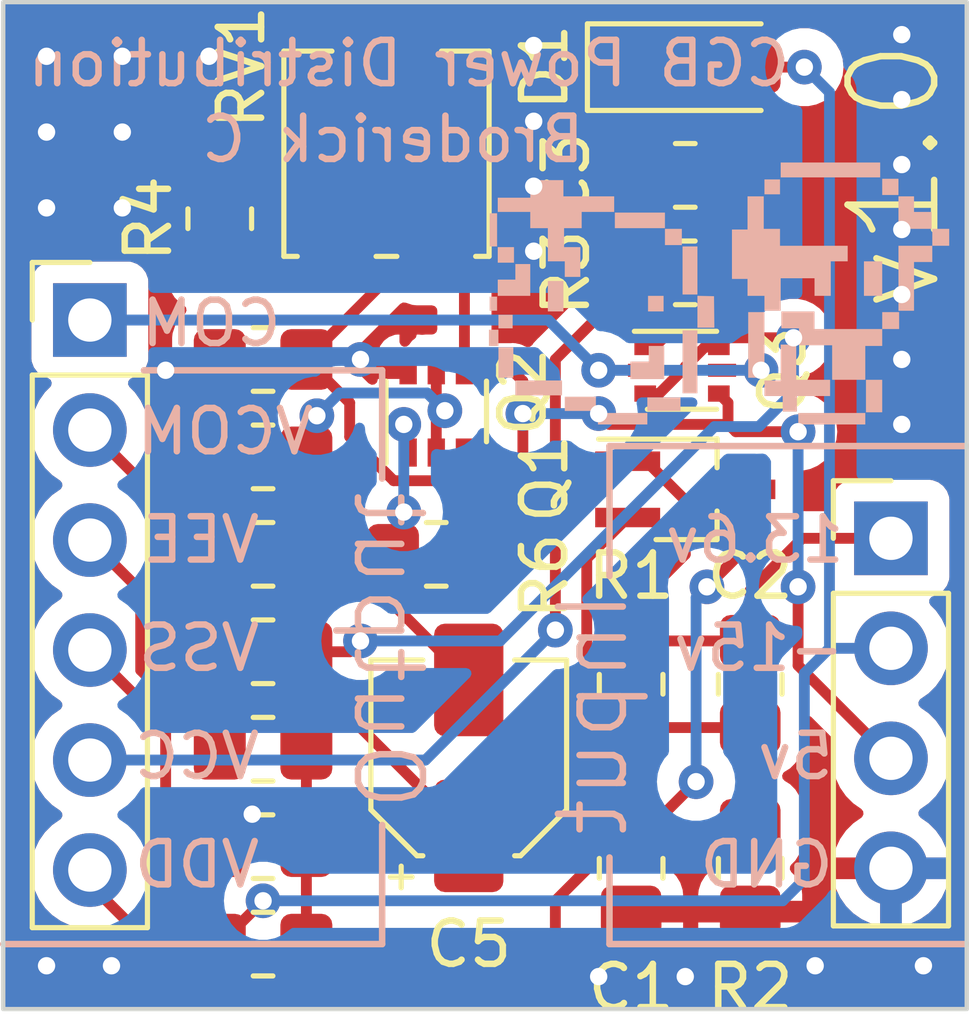
<source format=kicad_pcb>
(kicad_pcb (version 20221018) (generator pcbnew)
  (layers (0 "F.Cu" signal) (31 "B.Cu" signal) (34 "B.Paste" user) (35 "F.Paste" user) (36 "B.SilkS" user "B.Silkscreen") (37 "F.SilkS" user "F.Silkscreen") (38 "B.Mask" user) (39 "F.Mask" user) (44 "Edge.Cuts" user))
  (net 0 "")
  (net 1 "LCD_VDD")
  (net 2 "GND")
  (net 3 "VDD")
  (net 4 "Net-(Q1-B)")
  (net 5 "LCD_VCC")
  (net 6 "Net-(Q2A-B1)")
  (net 7 "Net-(Q3A-DN)")
  (net 8 "Net-(Q2B-E2)")
  (net 9 "Net-(C6-Pad2)")
  (net 10 "-15V")
  (net 11 "+5V")
  (net 12 "COM")
  (net 13 "LCD_VCOM")
  (net 14 "LCD_VEE")
  (net 15 "Net-(Q2A-E1)")
  (net 16 "Net-(R4-Pad1)")
  (footprint "Package_TO_SOT_SMD:SOT-666" (layer "F.Cu") (at 137.175 83)
    (fp_text reference "Q3" (at 2.325 0 90) (layer "F.SilkS"))
    (fp_text value "BSD235C" hide)
    (fp_line (start -0.8 0.9) (end 0.8 0.9) (stroke (width 0.12)) (layer "F.SilkS"))
    (fp_line (start 0.8 -0.9) (end -1.1 -0.9) (stroke (width 0.12)) (layer "F.SilkS"))
    (pad "1" smd rect (at -0.85 -0.5375) (size 0.5 0.375) (layers "F.Cu" "F.Paste" "F.Mask") (net 2 "GND"))
    (pad "2" smd rect (at -0.925 0) (size 0.65 0.3) (layers "F.Cu" "F.Paste" "F.Mask") (net 12 "COM"))
    (pad "3" smd rect (at -0.85 0.5375) (size 0.5 0.375) (layers "F.Cu" "F.Paste" "F.Mask") (net 7 "Net-(Q3A-DN)"))
    (pad "4" smd rect (at 0.85 0.5375) (size 0.5 0.375) (layers "F.Cu" "F.Paste" "F.Mask") (net 11 "+5V"))
    (pad "5" smd rect (at 0.925 0) (size 0.65 0.3) (layers "F.Cu" "F.Paste" "F.Mask") (net 12 "COM"))
    (pad "6" smd rect (at 0.85 -0.5375) (size 0.5 0.375) (layers "F.Cu" "F.Paste" "F.Mask") (net 7 "Net-(Q3A-DN)"))
  )
  (footprint "Connector_PinHeader_2.54mm:PinHeader_1x04_P2.54mm_Vertical" (layer "F.Cu") (at 142 86.88)
    (fp_text reference "J1" hide)
    (fp_text value "Conn_01x04" hide)
    (fp_line (start -1.33 -1.33) (end 0 -1.33) (stroke (width 0.12)) (layer "F.SilkS"))
    (fp_line (start -1.33 0) (end -1.33 -1.33) (stroke (width 0.12)) (layer "F.SilkS"))
    (fp_line (start -1.33 1.27) (end -1.33 8.95) (stroke (width 0.12)) (layer "F.SilkS"))
    (fp_line (start -1.33 1.27) (end 1.33 1.27) (stroke (width 0.12)) (layer "F.SilkS"))
    (fp_line (start -1.33 8.95) (end 1.33 8.95) (stroke (width 0.12)) (layer "F.SilkS"))
    (fp_line (start 1.33 1.27) (end 1.33 8.95) (stroke (width 0.12)) (layer "F.SilkS"))
    (pad "1" thru_hole rect (at 0 0) (size 1.7 1.7) (drill 1) (layers "*.Cu" "*.Mask") (net 3 "VDD"))
    (pad "2" thru_hole oval (at 0 2.54) (size 1.7 1.7) (drill 1) (layers "*.Cu" "*.Mask") (net 10 "-15V"))
    (pad "3" thru_hole oval (at 0 5.08) (size 1.7 1.7) (drill 1) (layers "*.Cu" "*.Mask") (net 11 "+5V"))
    (pad "4" thru_hole oval (at 0 7.62) (size 1.7 1.7) (drill 1) (layers "*.Cu" "*.Mask") (net 2 "GND"))
  )
  (footprint "Resistor_SMD:R_0805_2012Metric_Pad1.20x1.40mm_HandSolder" (layer "F.Cu") (at 127.5 87.25 180)
    (fp_text reference "R7" hide)
    (fp_text value "20" hide)
    (fp_line (start -0.227064 -0.735) (end 0.227064 -0.735) (stroke (width 0.12)) (layer "F.SilkS"))
    (fp_line (start -0.227064 0.735) (end 0.227064 0.735) (stroke (width 0.12)) (layer "F.SilkS"))
    (pad "1" smd roundrect (at -1 0 180) (size 1.2 1.4) (layers "F.Cu" "F.Paste" "F.Mask") (roundrect_rratio 0.208333) (net 8 "Net-(Q2B-E2)"))
    (pad "2" smd roundrect (at 1 0 180) (size 1.2 1.4) (layers "F.Cu" "F.Paste" "F.Mask") (roundrect_rratio 0.208333) (net 13 "LCD_VCOM"))
  )
  (footprint "Resistor_SMD:R_0805_2012Metric_Pad1.20x1.40mm_HandSolder" (layer "F.Cu") (at 127.5 91.75 180)
    (fp_text reference "R8" hide)
    (fp_text value "20" hide)
    (fp_line (start -0.227064 -0.735) (end 0.227064 -0.735) (stroke (width 0.12)) (layer "F.SilkS"))
    (fp_line (start -0.227064 0.735) (end 0.227064 0.735) (stroke (width 0.12)) (layer "F.SilkS"))
    (pad "1" smd roundrect (at -1 0 180) (size 1.2 1.4) (layers "F.Cu" "F.Paste" "F.Mask") (roundrect_rratio 0.208333) (net 9 "Net-(C6-Pad2)"))
    (pad "2" smd roundrect (at 1 0 180) (size 1.2 1.4) (layers "F.Cu" "F.Paste" "F.Mask") (roundrect_rratio 0.208333) (net 14 "LCD_VEE"))
  )
  (footprint "Resistor_SMD:R_0805_2012Metric_Pad1.20x1.40mm_HandSolder" (layer "F.Cu") (at 137.25 80.75)
    (fp_text reference "R3" (at -2.75 0 90) (layer "F.SilkS"))
    (fp_text value "18k" hide)
    (fp_line (start -0.227064 -0.735) (end 0.227064 -0.735) (stroke (width 0.12)) (layer "F.SilkS"))
    (fp_line (start -0.227064 0.735) (end 0.227064 0.735) (stroke (width 0.12)) (layer "F.SilkS"))
    (pad "1" smd roundrect (at -1 0) (size 1.2 1.4) (layers "F.Cu" "F.Paste" "F.Mask") (roundrect_rratio 0.208333) (net 5 "LCD_VCC"))
    (pad "2" smd roundrect (at 1 0) (size 1.2 1.4) (layers "F.Cu" "F.Paste" "F.Mask") (roundrect_rratio 0.208333) (net 2 "GND"))
  )
  (footprint "Resistor_SMD:R_0805_2012Metric_Pad1.20x1.40mm_HandSolder" (layer "F.Cu") (at 127.5 82.75 180)
    (fp_text reference "C4" hide)
    (fp_text value "0.1uF" hide)
    (fp_line (start -0.227064 -0.735) (end 0.227064 -0.735) (stroke (width 0.12)) (layer "F.SilkS"))
    (fp_line (start -0.227064 0.735) (end 0.227064 0.735) (stroke (width 0.12)) (layer "F.SilkS"))
    (pad "1" smd roundrect (at -1 0 180) (size 1.2 1.4) (layers "F.Cu" "F.Paste" "F.Mask") (roundrect_rratio 0.208333) (net 6 "Net-(Q2A-B1)"))
    (pad "2" smd roundrect (at 1 0 180) (size 1.2 1.4) (layers "F.Cu" "F.Paste" "F.Mask") (roundrect_rratio 0.208333) (net 2 "GND"))
  )
  (footprint "Resistor_SMD:R_0805_2012Metric_Pad1.20x1.40mm_HandSolder" (layer "F.Cu") (at 138.75 90.25 -90)
    (fp_text reference "C2" (at -2.5 0 -180) (layer "F.SilkS"))
    (fp_text value "1uF" hide)
    (fp_line (start -0.227064 -0.735) (end 0.227064 -0.735) (stroke (width 0.12)) (layer "F.SilkS"))
    (fp_line (start -0.227064 0.735) (end 0.227064 0.735) (stroke (width 0.12)) (layer "F.SilkS"))
    (pad "1" smd roundrect (at -1 0 270) (size 1.2 1.4) (layers "F.Cu" "F.Paste" "F.Mask") (roundrect_rratio 0.208333) (net 3 "VDD"))
    (pad "2" smd roundrect (at 1 0 270) (size 1.2 1.4) (layers "F.Cu" "F.Paste" "F.Mask") (roundrect_rratio 0.208333) (net 4 "Net-(Q1-B)"))
  )
  (footprint "Capacitor_SMD:CP_Elec_4x5.3" (layer "F.Cu") (at 132.25 91.95 90)
    (fp_text reference "C5" (at -4.3 0 180) (layer "F.SilkS"))
    (fp_text value "22uF" hide)
    (fp_line (start -3 -1.56) (end -2.5 -1.56) (stroke (width 0.12)) (layer "F.SilkS"))
    (fp_line (start -2.75 -1.81) (end -2.75 -1.31) (stroke (width 0.12)) (layer "F.SilkS"))
    (fp_line (start -2.26 -1.195563) (end -2.26 -1.06) (stroke (width 0.12)) (layer "F.SilkS"))
    (fp_line (start -2.26 -1.195563) (end -1.195563 -2.26) (stroke (width 0.12)) (layer "F.SilkS"))
    (fp_line (start -2.26 1.195563) (end -2.26 1.06) (stroke (width 0.12)) (layer "F.SilkS"))
    (fp_line (start -2.26 1.195563) (end -1.195563 2.26) (stroke (width 0.12)) (layer "F.SilkS"))
    (fp_line (start -1.195563 -2.26) (end 2.26 -2.26) (stroke (width 0.12)) (layer "F.SilkS"))
    (fp_line (start -1.195563 2.26) (end 2.26 2.26) (stroke (width 0.12)) (layer "F.SilkS"))
    (fp_line (start 2.26 -2.26) (end 2.26 -1.06) (stroke (width 0.12)) (layer "F.SilkS"))
    (fp_line (start 2.26 2.26) (end 2.26 1.06) (stroke (width 0.12)) (layer "F.SilkS"))
    (pad "1" smd roundrect (at -1.8 0 90) (size 2.6 1.6) (layers "F.Cu" "F.Paste" "F.Mask") (roundrect_rratio 0.15625) (net 7 "Net-(Q3A-DN)"))
    (pad "2" smd roundrect (at 1.8 0 90) (size 2.6 1.6) (layers "F.Cu" "F.Paste" "F.Mask") (roundrect_rratio 0.15625) (net 8 "Net-(Q2B-E2)"))
  )
  (footprint "Diode_SMD:D_SOD-123" (layer "F.Cu") (at 137.35 76)
    (fp_text reference "D1" (at -3.35 0 90) (layer "F.SilkS"))
    (fp_text value "4.3V" hide)
    (fp_line (start -2.36 -1) (end -2.36 1) (stroke (width 0.12)) (layer "F.SilkS"))
    (fp_line (start -2.36 -1) (end 1.65 -1) (stroke (width 0.12)) (layer "F.SilkS"))
    (fp_line (start -2.36 1) (end 1.65 1) (stroke (width 0.12)) (layer "F.SilkS"))
    (pad "1" smd roundrect (at -1.65 0) (size 0.9 1.2) (layers "F.Cu" "F.Paste" "F.Mask") (net 5 "LCD_VCC"))
    (pad "2" smd roundrect (at 1.65 0) (size 0.9 1.2) (layers "F.Cu" "F.Paste" "F.Mask") (net 10 "-15V"))
  )
  (footprint "Resistor_SMD:R_0805_2012Metric_Pad1.20x1.40mm_HandSolder" (layer "F.Cu") (at 138.75 94.5 -90)
    (fp_text reference "R2" (at 2.75 0 -180) (layer "F.SilkS"))
    (fp_text value "47k" hide)
    (fp_line (start -0.227064 -0.735) (end 0.227064 -0.735) (stroke (width 0.12)) (layer "F.SilkS"))
    (fp_line (start -0.227064 0.735) (end 0.227064 0.735) (stroke (width 0.12)) (layer "F.SilkS"))
    (pad "1" smd roundrect (at -1 0 270) (size 1.2 1.4) (layers "F.Cu" "F.Paste" "F.Mask") (roundrect_rratio 0.208333) (net 4 "Net-(Q1-B)"))
    (pad "2" smd roundrect (at 1 0 270) (size 1.2 1.4) (layers "F.Cu" "F.Paste" "F.Mask") (roundrect_rratio 0.208333) (net 2 "GND"))
  )
  (footprint "Connector_PinHeader_2.54mm:PinHeader_1x06_P2.54mm_Vertical" (layer "F.Cu") (at 123.5 81.84)
    (fp_text reference "J2" hide)
    (fp_text value "Conn_01x06" hide)
    (fp_line (start -1.33 -1.33) (end 0 -1.33) (stroke (width 0.12)) (layer "F.SilkS"))
    (fp_line (start -1.33 0) (end -1.33 -1.33) (stroke (width 0.12)) (layer "F.SilkS"))
    (fp_line (start -1.33 1.27) (end -1.33 14.03) (stroke (width 0.12)) (layer "F.SilkS"))
    (fp_line (start -1.33 1.27) (end 1.33 1.27) (stroke (width 0.12)) (layer "F.SilkS"))
    (fp_line (start -1.33 14.03) (end 1.33 14.03) (stroke (width 0.12)) (layer "F.SilkS"))
    (fp_line (start 1.33 1.27) (end 1.33 14.03) (stroke (width 0.12)) (layer "F.SilkS"))
    (pad "1" thru_hole rect (at 0 0) (size 1.7 1.7) (drill 1) (layers "*.Cu" "*.Mask") (net 12 "COM"))
    (pad "2" thru_hole oval (at 0 2.54) (size 1.7 1.7) (drill 1) (layers "*.Cu" "*.Mask") (net 13 "LCD_VCOM"))
    (pad "3" thru_hole oval (at 0 5.08) (size 1.7 1.7) (drill 1) (layers "*.Cu" "*.Mask") (net 14 "LCD_VEE"))
    (pad "4" thru_hole oval (at 0 7.62) (size 1.7 1.7) (drill 1) (layers "*.Cu" "*.Mask") (net 10 "-15V"))
    (pad "5" thru_hole oval (at 0 10.16) (size 1.7 1.7) (drill 1) (layers "*.Cu" "*.Mask") (net 5 "LCD_VCC"))
    (pad "6" thru_hole oval (at 0 12.7) (size 1.7 1.7) (drill 1) (layers "*.Cu" "*.Mask") (net 1 "LCD_VDD"))
  )
  (footprint "Resistor_SMD:R_0805_2012Metric_Pad1.20x1.40mm_HandSolder" (layer "F.Cu") (at 126.5 79.5 90)
    (fp_text reference "R4" (at 0 -1.65 90) (layer "F.SilkS"))
    (fp_text value "15k" hide)
    (fp_line (start -0.227064 -0.735) (end 0.227064 -0.735) (stroke (width 0.12)) (layer "F.SilkS"))
    (fp_line (start -0.227064 0.735) (end 0.227064 0.735) (stroke (width 0.12)) (layer "F.SilkS"))
    (pad "1" smd roundrect (at -1 0 90) (size 1.2 1.4) (layers "F.Cu" "F.Paste" "F.Mask") (roundrect_rratio 0.208333) (net 16 "Net-(R4-Pad1)"))
    (pad "2" smd roundrect (at 1 0 90) (size 1.2 1.4) (layers "F.Cu" "F.Paste" "F.Mask") (roundrect_rratio 0.208333) (net 2 "GND"))
  )
  (footprint "Resistor_SMD:R_0805_2012Metric_Pad1.20x1.40mm_HandSolder" (layer "F.Cu") (at 127.5 89.5 180)
    (fp_text reference "C6" hide)
    (fp_text value "1uF" hide)
    (fp_line (start -0.227064 -0.735) (end 0.227064 -0.735) (stroke (width 0.12)) (layer "F.SilkS"))
    (fp_line (start -0.227064 0.735) (end 0.227064 0.735) (stroke (width 0.12)) (layer "F.SilkS"))
    (pad "1" smd roundrect (at -1 0 180) (size 1.2 1.4) (layers "F.Cu" "F.Paste" "F.Mask") (roundrect_rratio 0.208333) (net 7 "Net-(Q3A-DN)"))
    (pad "2" smd roundrect (at 1 0 180) (size 1.2 1.4) (layers "F.Cu" "F.Paste" "F.Mask") (roundrect_rratio 0.208333) (net 9 "Net-(C6-Pad2)"))
  )
  (footprint "Resistor_SMD:R_0805_2012Metric_Pad1.20x1.40mm_HandSolder" (layer "F.Cu") (at 136 90.25 -90)
    (fp_text reference "R1" (at -2.5 0 -180) (layer "F.SilkS"))
    (fp_text value "4.7k" hide)
    (fp_line (start -0.227064 -0.735) (end 0.227064 -0.735) (stroke (width 0.12)) (layer "F.SilkS"))
    (fp_line (start -0.227064 0.735) (end 0.227064 0.735) (stroke (width 0.12)) (layer "F.SilkS"))
    (pad "1" smd roundrect (at -1 0 270) (size 1.2 1.4) (layers "F.Cu" "F.Paste" "F.Mask") (roundrect_rratio 0.208333) (net 3 "VDD"))
    (pad "2" smd roundrect (at 1 0 270) (size 1.2 1.4) (layers "F.Cu" "F.Paste" "F.Mask") (roundrect_rratio 0.208333) (net 4 "Net-(Q1-B)"))
  )
  (footprint "Resistor_SMD:R_0805_2012Metric_Pad1.20x1.40mm_HandSolder" (layer "F.Cu") (at 127.5 94 180)
    (fp_text reference "R9" hide)
    (fp_text value "18k" hide)
    (fp_line (start -0.227064 -0.735) (end 0.227064 -0.735) (stroke (width 0.12)) (layer "F.SilkS"))
    (fp_line (start -0.227064 0.735) (end 0.227064 0.735) (stroke (width 0.12)) (layer "F.SilkS"))
    (pad "1" smd roundrect (at -1 0 180) (size 1.2 1.4) (layers "F.Cu" "F.Paste" "F.Mask") (roundrect_rratio 0.208333) (net 9 "Net-(C6-Pad2)"))
    (pad "2" smd roundrect (at 1 0 180) (size 1.2 1.4) (layers "F.Cu" "F.Paste" "F.Mask") (roundrect_rratio 0.208333) (net 2 "GND"))
  )
  (footprint "Package_TO_SOT_SMD:SOT-363_SC-70-6" (layer "F.Cu") (at 131.5 83.95 90)
    (fp_text reference "Q2" (at 0.45 2 90) (layer "F.SilkS"))
    (fp_text value "UMZ2NTR" hide)
    (fp_line (start -0.7 1.16) (end 0.7 1.16) (stroke (width 0.12)) (layer "F.SilkS"))
    (fp_line (start 0.7 -1.16) (end -1.2 -1.16) (stroke (width 0.12)) (layer "F.SilkS"))
    (pad "1" smd rect (at -0.95 -0.65 90) (size 0.65 0.4) (layers "F.Cu" "F.Paste" "F.Mask") (net 8 "Net-(Q2B-E2)"))
    (pad "2" smd rect (at -0.95 0 90) (size 0.65 0.4) (layers "F.Cu" "F.Paste" "F.Mask") (net 15 "Net-(Q2A-E1)"))
    (pad "3" smd rect (at -0.95 0.65 90) (size 0.65 0.4) (layers "F.Cu" "F.Paste" "F.Mask") (net 6 "Net-(Q2A-B1)"))
    (pad "4" smd rect (at 0.95 0.65 90) (size 0.65 0.4) (layers "F.Cu" "F.Paste" "F.Mask") (net 11 "+5V"))
    (pad "5" smd rect (at 0.95 0 90) (size 0.65 0.4) (layers "F.Cu" "F.Paste" "F.Mask") (net 15 "Net-(Q2A-E1)"))
    (pad "6" smd rect (at 0.95 -0.65 90) (size 0.65 0.4) (layers "F.Cu" "F.Paste" "F.Mask") (net 2 "GND"))
  )
  (footprint "Resistor_SMD:R_0805_2012Metric_Pad1.20x1.40mm_HandSolder" (layer "F.Cu") (at 131.5 87.25 180)
    (fp_text reference "R6" (at -2.5 -0.5 90) (layer "F.SilkS"))
    (fp_text value "12k" hide)
    (fp_line (start -0.227064 -0.735) (end 0.227064 -0.735) (stroke (width 0.12)) (layer "F.SilkS"))
    (fp_line (start -0.227064 0.735) (end 0.227064 0.735) (stroke (width 0.12)) (layer "F.SilkS"))
    (pad "1" smd roundrect (at -1 0 180) (size 1.2 1.4) (layers "F.Cu" "F.Paste" "F.Mask") (roundrect_rratio 0.208333) (net 11 "+5V"))
    (pad "2" smd roundrect (at 1 0 180) (size 1.2 1.4) (layers "F.Cu" "F.Paste" "F.Mask") (roundrect_rratio 0.208333) (net 8 "Net-(Q2B-E2)"))
  )
  (footprint "Potentiometer_SMD:Potentiometer_Bourns_3314J_Vertical" (layer "F.Cu") (at 130.35 78 180)
    (fp_text reference "RV1" (at 3.35 2 90) (layer "F.SilkS"))
    (fp_text value "50k" hide)
    (fp_line (start -2.37 -2.37) (end -2.37 2.37) (stroke (width 0.12)) (layer "F.SilkS"))
    (fp_line (start -2.37 -2.37) (end -2.06 -2.37) (stroke (width 0.12)) (layer "F.SilkS"))
    (fp_line (start -2.37 2.37) (end -1.27 2.37) (stroke (width 0.12)) (layer "F.SilkS"))
    (fp_line (start -0.24 -2.37) (end 0.24 -2.37) (stroke (width 0.12)) (layer "F.SilkS"))
    (fp_line (start 1.26 2.37) (end 2.37 2.37) (stroke (width 0.12)) (layer "F.SilkS"))
    (fp_line (start 2.06 -2.37) (end 2.37 -2.37) (stroke (width 0.12)) (layer "F.SilkS"))
    (fp_line (start 2.37 -2.37) (end 2.37 2.37) (stroke (width 0.12)) (layer "F.SilkS"))
    (pad "1" smd roundrect (at -1.15 -2 180) (size 1.3 2) (layers "F.Cu" "F.Paste" "F.Mask") (roundrect_rratio 0.1923076923) (net 11 "+5V"))
    (pad "2" smd roundrect (at 0 2 180) (size 2 2) (layers "F.Cu" "F.Paste" "F.Mask") (roundrect_rratio 0.125) (net 6 "Net-(Q2A-B1)"))
    (pad "3" smd roundrect (at 1.15 -2 180) (size 1.3 2) (layers "F.Cu" "F.Paste" "F.Mask") (roundrect_rratio 0.1923076923) (net 16 "Net-(R4-Pad1)"))
  )
  (footprint "Resistor_SMD:R_0805_2012Metric_Pad1.20x1.40mm_HandSolder" (layer "F.Cu") (at 137.25 78.5)
    (fp_text reference "C3" (at -2.75 0 90) (layer "F.SilkS"))
    (fp_text value "0.1uF" hide)
    (fp_line (start -0.227064 -0.735) (end 0.227064 -0.735) (stroke (width 0.12)) (layer "F.SilkS"))
    (fp_line (start -0.227064 0.735) (end 0.227064 0.735) (stroke (width 0.12)) (layer "F.SilkS"))
    (pad "1" smd roundrect (at -1 0) (size 1.2 1.4) (layers "F.Cu" "F.Paste" "F.Mask") (roundrect_rratio 0.208333) (net 5 "LCD_VCC"))
    (pad "2" smd roundrect (at 1 0) (size 1.2 1.4) (layers "F.Cu" "F.Paste" "F.Mask") (roundrect_rratio 0.208333) (net 2 "GND"))
  )
  (footprint "Resistor_SMD:R_0805_2012Metric_Pad1.20x1.40mm_HandSolder" (layer "F.Cu") (at 127.5 85 180)
    (fp_text reference "R5" hide)
    (fp_text value "120k" hide)
    (fp_line (start -0.227064 -0.735) (end 0.227064 -0.735) (stroke (width 0.12)) (layer "F.SilkS"))
    (fp_line (start -0.227064 0.735) (end 0.227064 0.735) (stroke (width 0.12)) (layer "F.SilkS"))
    (pad "1" smd roundrect (at -1 0 180) (size 1.2 1.4) (layers "F.Cu" "F.Paste" "F.Mask") (roundrect_rratio 0.208333) (net 15 "Net-(Q2A-E1)"))
    (pad "2" smd roundrect (at 1 0 180) (size 1.2 1.4) (layers "F.Cu" "F.Paste" "F.Mask") (roundrect_rratio 0.208333) (net 2 "GND"))
  )
  (footprint "Package_TO_SOT_SMD:SOT-323_SC-70_Handsoldering" (layer "F.Cu") (at 137.25 85.75)
    (fp_text reference "Q1" (at -3.25 -0.25 90) (layer "F.SilkS"))
    (fp_text value "2SA1576AT" hide)
    (fp_line (start -0.675 1.16) (end 0.735 1.16) (stroke (width 0.12)) (layer "F.SilkS"))
    (fp_line (start 0.735 -1.17) (end 0.735 -0.5) (stroke (width 0.12)) (layer "F.SilkS"))
    (fp_line (start 0.735 -1.16) (end -2 -1.16) (stroke (width 0.12)) (layer "F.SilkS"))
    (fp_line (start 0.735 0.5) (end 0.735 1.16) (stroke (width 0.12)) (layer "F.SilkS"))
    (pad "1" smd rect (at -1.33 -0.65 270) (size 0.45 1.5) (layers "F.Cu" "F.Paste" "F.Mask") (net 3 "VDD"))
    (pad "2" smd rect (at -1.33 0.65 270) (size 0.45 1.5) (layers "F.Cu" "F.Paste" "F.Mask") (net 4 "Net-(Q1-B)"))
    (pad "3" smd rect (at 1.33 0 270) (size 0.45 1.5) (layers "F.Cu" "F.Paste" "F.Mask") (net 1 "LCD_VDD"))
  )
  (footprint "Resistor_SMD:R_0805_2012Metric_Pad1.20x1.40mm_HandSolder" (layer "F.Cu") (at 127.5 96.25)
    (fp_text reference "R10" hide)
    (fp_text value "11k" hide)
    (fp_line (start -0.227064 -0.735) (end 0.227064 -0.735) (stroke (width 0.12)) (layer "F.SilkS"))
    (fp_line (start -0.227064 0.735) (end 0.227064 0.735) (stroke (width 0.12)) (layer "F.SilkS"))
    (pad "1" smd roundrect (at -1 0) (size 1.2 1.4) (layers "F.Cu" "F.Paste" "F.Mask") (roundrect_rratio 0.208333) (net 10 "-15V"))
    (pad "2" smd roundrect (at 1 0) (size 1.2 1.4) (layers "F.Cu" "F.Paste" "F.Mask") (roundrect_rratio 0.208333) (net 9 "Net-(C6-Pad2)"))
  )
  (footprint "Resistor_SMD:R_0805_2012Metric_Pad1.20x1.40mm_HandSolder" (layer "F.Cu") (at 136 94.5 -90)
    (fp_text reference "C1" (at 2.75 0 -180) (layer "F.SilkS"))
    (fp_text value "0.1uF" hide)
    (fp_line (start -0.227064 -0.735) (end 0.227064 -0.735) (stroke (width 0.12)) (layer "F.SilkS"))
    (fp_line (start -0.227064 0.735) (end 0.227064 0.735) (stroke (width 0.12)) (layer "F.SilkS"))
    (pad "1" smd roundrect (at -1 0 270) (size 1.2 1.4) (layers "F.Cu" "F.Paste" "F.Mask") (roundrect_rratio 0.208333) (net 1 "LCD_VDD"))
    (pad "2" smd roundrect (at 1 0 270) (size 1.2 1.4) (layers "F.Cu" "F.Paste" "F.Mask") (roundrect_rratio 0.208333) (net 2 "GND"))
  )
  (footprint "LOGO" (layer "B.Cu") (at 138.25 80.25 180)
    (fp_text reference "G***" hide)
    (fp_text value "LOGO" hide)
    (fp_poly (pts (xy -4.704862 0.32043) (xy -4.704862 0.125046) (xy -4.900246 0.125046) (xy -5.095631 0.125046) (xy -5.095631 0.32043) (xy -5.095631 0.515815) (xy -4.900246 0.515815) (xy -4.704862 0.515815)) (fill solid) (layer "B.SilkS"))
    (fp_poly (pts (xy -3.548185 1.484923) (xy -3.548185 1.297353) (xy -3.735754 1.297353) (xy -3.923323 1.297353) (xy -3.923323 1.484923) (xy -3.923323 1.672492) (xy -3.735754 1.672492) (xy -3.548185 1.672492)) (fill solid) (layer "B.SilkS"))
    (fp_poly (pts (xy -3.173046 -3.344985) (xy -3.173046 -3.720124) (xy -3.360615 -3.720124) (xy -3.548185 -3.720124) (xy -3.548185 -3.344985) (xy -3.548185 -2.969847) (xy -3.360615 -2.969847) (xy -3.173046 -2.969847)) (fill solid) (layer "B.SilkS"))
    (fp_poly (pts (xy -3.126154 -0.633047) (xy -3.126154 -1.031631) (xy -3.337169 -1.031631) (xy -3.548185 -1.031631) (xy -3.548185 -0.633047) (xy -3.548185 -0.234462) (xy -3.337169 -0.234462) (xy -3.126154 -0.234462)) (fill solid) (layer "B.SilkS"))
    (fp_poly (pts (xy -1.609969 -3.868616) (xy -1.609969 -4.001477) (xy -2.383692 -4.001477) (xy -3.157415 -4.001477) (xy -3.157415 -3.868616) (xy -3.157415 -3.735754) (xy -2.383692 -3.735754) (xy -1.609969 -3.735754)) (fill solid) (layer "B.SilkS"))
    (fp_poly (pts (xy -1.203569 1.875692) (xy -1.203569 1.703753) (xy -2.352431 1.703753) (xy -3.501292 1.703753) (xy -3.501292 1.875692) (xy -3.501292 2.04763) (xy -2.352431 2.04763) (xy -1.203569 2.04763)) (fill solid) (layer "B.SilkS"))
    (fp_poly (pts (xy -0.828431 1.484923) (xy -0.828431 1.312984) (xy -1.008185 1.312984) (xy -1.187938 1.312984) (xy -1.187938 1.484923) (xy -1.187938 1.656861) (xy -1.008185 1.656861) (xy -0.828431 1.656861)) (fill solid) (layer "B.SilkS"))
    (fp_poly (pts (xy -0.453292 -2.164862) (xy -0.453292 -2.922954) (xy -0.640862 -2.922954) (xy -0.828431 -2.922954) (xy -0.828431 -2.164862) (xy -0.828431 -1.40677) (xy -0.640862 -1.40677) (xy -0.453292 -1.40677)) (fill solid) (layer "B.SilkS"))
    (fp_poly (pts (xy 0.719015 -1.398473) (xy 0.719015 -1.766277) (xy 0.523343 -1.766277) (xy 0.32767 -1.766277) (xy 0.331866 -1.402862) (xy 0.336062 -1.039447) (xy 0.527538 -1.035058) (xy 0.719015 -1.030669)) (fill solid) (layer "B.SilkS"))
    (fp_poly (pts (xy 1.062892 -2.555631) (xy 1.062892 -3.282462) (xy 0.890954 -3.282462) (xy 0.719015 -3.282462) (xy 0.719015 -2.555631) (xy 0.719015 -1.8288) (xy 0.890954 -1.8288) (xy 1.062892 -1.8288)) (fill solid) (layer "B.SilkS"))
    (fp_poly (pts (xy 1.062892 -0.445477) (xy 1.062892 -1.00037) (xy 0.890954 -1.00037) (xy 0.719015 -1.00037) (xy 0.719015 -0.445477) (xy 0.719015 0.109415) (xy 0.890954 0.109415) (xy 1.062892 0.109415)) (fill solid) (layer "B.SilkS"))
    (fp_poly (pts (xy 1.469292 0.328246) (xy 1.469292 0.140676) (xy 1.273908 0.140676) (xy 1.078523 0.140676) (xy 1.078523 0.328246) (xy 1.078523 0.515815) (xy 1.273908 0.515815) (xy 1.469292 0.515815)) (fill solid) (layer "B.SilkS"))
    (fp_poly (pts (xy 1.860062 -1.211385) (xy 1.860062 -1.391139) (xy 1.680308 -1.391139) (xy 1.500554 -1.391139) (xy 1.500554 -1.211385) (xy 1.500554 -1.031631) (xy 1.680308 -1.031631) (xy 1.860062 -1.031631)) (fill solid) (layer "B.SilkS"))
    (fp_poly (pts (xy 1.875692 -3.532554) (xy 1.875692 -3.688862) (xy 1.492738 -3.688862) (xy 1.109785 -3.688862) (xy 1.109785 -3.532554) (xy 1.109785 -3.376247) (xy 1.492738 -3.376247) (xy 1.875692 -3.376247)) (fill solid) (layer "B.SilkS"))
    (fp_poly (pts (xy 2.625969 0.7112) (xy 2.625969 0.531446) (xy 2.047631 0.531446) (xy 1.469292 0.531446) (xy 1.469292 0.7112) (xy 1.469292 0.890953) (xy 2.047631 0.890953) (xy 2.625969 0.890953)) (fill solid) (layer "B.SilkS"))
    (fp_poly (pts (xy 3.016738 -3.868616) (xy 3.016738 -4.001477) (xy 2.446215 -4.001477) (xy 1.875692 -4.001477) (xy 1.875692 -3.868616) (xy 1.875692 -3.735754) (xy 2.446215 -3.735754) (xy 3.016738 -3.735754)) (fill solid) (layer "B.SilkS"))
    (fp_poly (pts (xy 3.782646 -3.524739) (xy 3.782646 -3.688862) (xy 3.423138 -3.688862) (xy 3.063631 -3.688862) (xy 3.063631 -3.524739) (xy 3.063631 -3.360616) (xy 3.423138 -3.360616) (xy 3.782646 -3.360616)) (fill solid) (layer "B.SilkS"))
    (fp_poly (pts (xy 4.173415 -1.039447) (xy 4.173415 -1.391139) (xy 3.993662 -1.391139) (xy 3.813908 -1.391139) (xy 3.813908 -1.039447) (xy 3.813908 -0.687754) (xy 3.993662 -0.687754) (xy 4.173415 -0.687754)) (fill solid) (layer "B.SilkS"))
    (fp_poly (pts (xy 4.923692 -3.157416) (xy 4.923692 -3.329354) (xy 4.384431 -3.329354) (xy 3.845169 -3.329354) (xy 3.845169 -3.157416) (xy 3.845169 -2.985477) (xy 4.384431 -2.985477) (xy 4.923692 -2.985477)) (fill solid) (layer "B.SilkS"))
    (fp_poly (pts (xy 5.314462 -2.571262) (xy 5.314462 -2.922954) (xy 5.142523 -2.922954) (xy 4.970585 -2.922954) (xy 4.970585 -2.571262) (xy 4.970585 -2.21957) (xy 5.142523 -2.21957) (xy 5.314462 -2.21957)) (fill solid) (layer "B.SilkS"))
    (fp_poly (pts (xy 5.314462 -1.6256) (xy 5.314462 -1.781908) (xy 5.150338 -1.781908) (xy 4.986215 -1.781908) (xy 4.986215 -1.6256) (xy 4.986215 -1.469293) (xy 5.150338 -1.469293) (xy 5.314462 -1.469293)) (fill solid) (layer "B.SilkS"))
    (fp_poly (pts (xy 5.330092 -0.08597) (xy 5.330092 -0.265724) (xy 5.142523 -0.265724) (xy 4.954954 -0.265724) (xy 4.954954 -0.08597) (xy 4.954954 0.093784) (xy 5.142523 0.093784) (xy 5.330092 0.093784)) (fill solid) (layer "B.SilkS"))
    (fp_poly (pts (xy 5.517662 -1.212502) (xy 5.517662 -1.375508) (xy 5.431692 -1.375508) (xy 5.345723 -1.375508) (xy 5.345723 -1.212502) (xy 5.345723 -1.049495) (xy 5.431692 -1.049495) (xy 5.517662 -1.049495)) (fill solid) (layer "B.SilkS"))
    (fp_poly (pts (xy 5.517662 0.492369) (xy 5.517662 0.109415) (xy 5.431692 0.109415) (xy 5.345723 0.109415) (xy 5.345723 0.492369) (xy 5.345723 0.875323) (xy 5.431692 0.875323) (xy 5.517662 0.875323)) (fill solid) (layer "B.SilkS"))
    (fp_poly (pts (xy 5.533292 -2.000739) (xy 5.533292 -2.188308) (xy 5.423877 -2.188308) (xy 5.314462 -2.188308) (xy 5.314462 -2.000739) (xy 5.314462 -1.81317) (xy 5.423877 -1.81317) (xy 5.533292 -1.81317)) (fill solid) (layer "B.SilkS"))
    (fp_poly (pts (xy -3.923323 -0.625231) (xy -3.923323 -1.375508) (xy -4.103077 -1.375508) (xy -4.282831 -1.375508) (xy -4.282831 -0.8128) (xy -4.282831 -0.250093) (xy -4.493846 -0.250093) (xy -4.704862 -0.250093) (xy -4.704862 -0.062524) (xy -4.704862 0.125046) (xy -4.314092 0.125046) (xy -3.923323 0.125046)) (fill solid) (layer "B.SilkS"))
    (fp_poly (pts (xy -3.923323 0.890953) (xy -3.923323 0.515815) (xy -4.306277 0.515815) (xy -4.689231 0.515815) (xy -4.689231 0.7112) (xy -4.689231 0.906584) (xy -4.486031 0.906584) (xy -4.282831 0.906584) (xy -4.282831 1.086338) (xy -4.282831 1.266092) (xy -4.103077 1.266092) (xy -3.923323 1.266092)) (fill solid) (layer "B.SilkS"))
    (fp_poly (pts (xy 1.844431 -2.368062) (xy 1.844431 -2.547816) (xy 2.055446 -2.547816) (xy 2.266462 -2.547816) (xy 2.266462 -2.751016) (xy 2.266462 -2.954216) (xy 1.875692 -2.954216) (xy 1.484923 -2.954216) (xy 1.484923 -2.571262) (xy 1.484923 -2.188308) (xy 1.664677 -2.188308) (xy 1.844431 -2.188308)) (fill solid) (layer "B.SilkS"))
    (fp_poly (pts (xy 4.923692 -0.476739) (xy 4.923692 -0.656493) (xy 5.126892 -0.656493) (xy 5.330092 -0.656493) (xy 5.330092 -0.844062) (xy 5.330092 -1.031631) (xy 4.954954 -1.031631) (xy 4.579815 -1.031631) (xy 4.579815 -0.664308) (xy 4.579815 -0.296985) (xy 4.751754 -0.296985) (xy 4.923692 -0.296985)) (fill solid) (layer "B.SilkS"))
    (fp_poly (pts (xy -1.203569 -2.571262) (xy -1.203569 -2.985477) (xy -1.016 -2.985477) (xy -0.828431 -2.985477) (xy -0.828431 -3.165231) (xy -0.828431 -3.344985) (xy -1.039446 -3.344985) (xy -1.250462 -3.344985) (xy -1.250462 -3.524739) (xy -1.250462 -3.704493) (xy -1.414585 -3.704493) (xy -1.578708 -3.704493) (xy -1.578708 -3.524739) (xy -1.578708 -3.344985) (xy -1.961662 -3.344985) (xy -2.344615 -3.344985) (xy -2.344615 -3.157416) (xy -2.344615 -2.969847) (xy -1.953846 -2.969847) (xy -1.563077 -2.969847) (xy -1.563077 -2.563447) (xy -1.563077 -2.157047) (xy -1.383323 -2.157047) (xy -1.203569 -2.157047)) (fill solid) (layer "B.SilkS"))
    (fp_poly (pts (xy -1.2192 -1.586524) (xy -1.2192 -1.781908) (xy -1.4224 -1.781908) (xy -1.6256 -1.781908) (xy -1.6256 -1.977293) (xy -1.6256 -2.172677) (xy -2.008554 -2.172677) (xy -2.391508 -2.172677) (xy -2.391508 -2.571262) (xy -2.391508 -2.969847) (xy -2.774462 -2.969847) (xy -3.157415 -2.969847) (xy -3.157415 -2.579077) (xy -3.157415 -2.188308) (xy -3.3528 -2.188308) (xy -3.548185 -2.188308) (xy -3.548185 -1.992924) (xy -3.548185 -1.797539) (xy -3.743569 -1.797539) (xy -3.938954 -1.797539) (xy -3.938954 -1.602154) (xy -3.938954 -1.40677) (xy -3.743569 -1.40677) (xy -3.548185 -1.40677) (xy -3.548185 -1.602154) (xy -3.548185 -1.797539) (xy -2.766646 -1.797539) (xy -1.985108 -1.797539) (xy -1.985108 -1.594339) (xy -1.985108 -1.391139) (xy -1.602154 -1.391139) (xy -1.2192 -1.391139)) (fill solid) (layer "B.SilkS"))
    (fp_poly (pts (xy -0.437662 0.883138) (xy -0.437662 0.500184) (xy -0.257908 0.500184) (xy -0.078154 0.500184) (xy -0.078154 -0.070339) (xy -0.078154 -0.640862) (xy -0.257908 -0.640862) (xy -0.437662 -0.640862) (xy -0.437662 -0.836247) (xy -0.437662 -1.031631) (xy -0.633046 -1.031631) (xy -0.828431 -1.031631) (xy -0.828431 -1.20357) (xy -0.828431 -1.375508) (xy -1.016 -1.375508) (xy -1.203569 -1.375508) (xy -1.203569 -1.00037) (xy -1.203569 -0.625231) (xy -1.594338 -0.625231) (xy -1.985108 -0.625231) (xy -1.985108 -0.828431) (xy -1.985108 -1.031631) (xy -2.172677 -1.031631) (xy -2.360246 -1.031631) (xy -2.360246 -0.633047) (xy -2.360246 -0.234462) (xy -2.555631 -0.234462) (xy -2.751015 -0.234462) (xy -2.751015 -0.054708) (xy -2.751015 0.125046) (xy -1.969477 0.125046) (xy -1.187938 0.125046) (xy -1.187938 0.32043) (xy -1.187938 0.515815) (xy -1.000369 0.515815) (xy -0.8128 0.515815) (xy -0.8128 0.890953) (xy -0.8128 1.266092) (xy -0.625231 1.266092) (xy -0.437662 1.266092)) (fill solid) (layer "B.SilkS"))
    (fp_poly (pts (xy 4.579815 1.43803) (xy 4.579815 1.23483) (xy 4.954954 1.23483) (xy 5.330092 1.23483) (xy 5.330092 1.070707) (xy 5.330092 0.906584) (xy 4.954954 0.906584) (xy 4.579815 0.906584) (xy 4.579815 0.719015) (xy 4.579815 0.531446) (xy 4.376615 0.531446) (xy 4.173415 0.531446) (xy 4.173415 0.148492) (xy 4.173415 -0.234462) (xy 3.978031 -0.234462) (xy 3.782646 -0.234462) (xy 3.782646 -0.414216) (xy 3.782646 -0.59397) (xy 3.602892 -0.59397) (xy 3.423138 -0.59397) (xy 3.423138 -0.250093) (xy 3.423138 0.093784) (xy 3.610708 0.093784) (xy 3.798277 0.093784) (xy 3.798277 0.312615) (xy 3.798277 0.531446) (xy 3.595077 0.531446) (xy 3.391877 0.531446) (xy 3.391877 0.719015) (xy 3.391877 0.906584) (xy 3.016738 0.906584) (xy 2.6416 0.906584) (xy 2.6416 1.086338) (xy 2.6416 1.266092) (xy 3.227754 1.266092) (xy 3.813908 1.266092) (xy 3.813908 1.453661) (xy 3.813908 1.64123) (xy 4.196862 1.64123) (xy 4.579815 1.64123)) (fill solid) (layer "B.SilkS"))
  )
  (gr_line (start 135.5 96.25) (end 143.75 96.25) (stroke (width 0.15)) (layer "B.SilkS"))
  (gr_line (start 135.5 84.75) (end 135.5 87.75) (stroke (width 0.15)) (layer "B.SilkS"))
  (gr_line (start 130.25 93.5) (end 130.25 96.25) (stroke (width 0.15)) (layer "B.SilkS"))
  (gr_line (start 130.25 83) (end 130.25 85.5) (stroke (width 0.15)) (layer "B.SilkS"))
  (gr_line (start 130.25 96.25) (end 121.5 96.25) (stroke (width 0.15)) (layer "B.SilkS"))
  (gr_line (start 130.25 83) (end 124.75 83) (stroke (width 0.15)) (layer "B.SilkS"))
  (gr_line (start 135.5 94.25) (end 135.5 96.25) (stroke (width 0.15)) (layer "B.SilkS"))
  (gr_line (start 143.75 84.75) (end 135.5 84.75) (stroke (width 0.15)) (layer "B.SilkS"))
  (gr_rect (start 121.5 74.5) (end 143.75 97.75) (stroke (width 0.1)) (fill none) (layer "Edge.Cuts"))
  (gr_text "VDD" (at 127.5 95) (layer "B.SilkS") (effects (font (size 1 1)) (justify left bottom mirror)))
  (gr_text "VCC" (at 127.5 92.5) (layer "B.SilkS") (effects (font (size 1 1)) (justify left bottom mirror)))
  (gr_text "5v" (at 140.75 92.5) (layer "B.SilkS") (effects (font (size 1 1)) (justify left bottom mirror)))
  (gr_text "Broderick C" (at 135 78.25) (layer "B.SilkS") (effects (font (size 1 1)) (justify left bottom mirror)))
  (gr_text "VSS" (at 127.5 90) (layer "B.SilkS") (effects (font (size 1 1)) (justify left bottom mirror)))
  (gr_text "13.6v" (at 141 87.5) (layer "B.SilkS") (effects (font (size 1 1)) (justify left bottom mirror)))
  (gr_text "CGB Power Distribution" (at 139.75 76.5) (layer "B.SilkS") (effects (font (size 1 1)) (justify left bottom mirror)))
  (gr_text "VCOM" (at 128.75 85) (layer "B.SilkS") (effects (font (size 1 1)) (justify left bottom mirror)))
  (gr_text "-15v" (at 141 90) (layer "B.SilkS") (effects (font (size 1 1)) (justify left bottom mirror)))
  (gr_text "GND" (at 140.75 95) (layer "B.SilkS") (effects (font (size 1 1)) (justify left bottom mirror)))
  (gr_text "Input" (at 136 88 90) (layer "B.SilkS") (effects (font (size 1.5 1.5)) (justify left bottom mirror)))
  (gr_text "VEE" (at 127.5 87.5) (layer "B.SilkS") (effects (font (size 1 1)) (justify left bottom mirror)))
  (gr_text "COM" (at 128 82.5) (layer "B.SilkS") (effects (font (size 1 1)) (justify left bottom mirror)))
  (gr_text "Output" (at 129.5 93.25 -90) (layer "B.SilkS") (effects (font (size 1.5 1.5)) (justify left bottom mirror)))
  (gr_text "v1.0" (at 143.25 81.75 90) (layer "F.SilkS") (effects (font (size 2 2)) (justify left bottom)))
  (segment (start 123.5 94.863174) (end 123.5 94.54) (width 0.25) (layer "F.Cu") (net 1))
  (segment (start 134.25 95.25) (end 136 93.5) (width 0.25) (layer "F.Cu") (net 1))
  (segment (start 133.475 97.275) (end 125.911826 97.275) (width 0.25) (layer "F.Cu") (net 1))
  (segment (start 134.25 96.5) (end 134.25 95.25) (width 0.25) (layer "F.Cu") (net 1))
  (segment (start 133.475 97.275) (end 134.25 96.5) (width 0.25) (layer "F.Cu") (net 1))
  (segment (start 136 93.5) (end 136.5 93.5) (width 0.25) (layer "F.Cu") (net 1))
  (segment (start 138.58 87.17) (end 138.58 85.75) (width 0.25) (layer "F.Cu") (net 1))
  (segment (start 125.911826 97.275) (end 123.5 94.863174) (width 0.25) (layer "F.Cu") (net 1))
  (segment (start 137.75 88) (end 138.58 87.17) (width 0.25) (layer "F.Cu") (net 1))
  (segment (start 136.5 93.5) (end 137.5 92.5) (width 0.25) (layer "F.Cu") (net 1))
  (via (at 137.75 88) (size 0.8) (drill 0.4) (layers "F.Cu" "B.Cu") (net 1))
  (via (at 137.5 92.5) (size 0.8) (drill 0.4) (layers "F.Cu" "B.Cu") (net 1))
  (segment (start 137.5 88.25) (end 137.75 88) (width 0.25) (layer "B.Cu") (net 1))
  (segment (start 137.5 92.5) (end 137.5 88.25) (width 0.25) (layer "B.Cu") (net 1))
  (segment (start 136.325 82.4625) (end 136.5375 82.4625) (width 0.25) (layer "F.Cu") (net 2))
  (segment (start 136.5375 82.4625) (end 138.25 80.75) (width 0.25) (layer "F.Cu") (net 2))
  (segment (start 130 83) (end 129.75 82.75) (width 0.25) (layer "F.Cu") (net 2))
  (segment (start 130.85 83) (end 130 83) (width 0.25) (layer "F.Cu") (net 2))
  (segment (start 126.5 94) (end 127.25 93.25) (width 0.25) (layer "F.Cu") (net 2))
  (via (at 142.25 82.75) (size 0.8) (drill 0.4) (layers "F.Cu" "B.Cu") (net 2))
  (via (at 125.25 83) (size 0.8) (drill 0.4) (layers "F.Cu" "B.Cu") (net 2))
  (via (at 133.75 75.5) (size 0.8) (drill 0.4) (layers "F.Cu" "B.Cu") (net 2))
  (via (at 127.25 93.25) (size 0.8) (drill 0.4) (layers "F.Cu" "B.Cu") (net 2))
  (via (at 124.25 77.5) (size 0.8) (drill 0.4) (layers "F.Cu" "B.Cu") (net 2))
  (via (at 142.25 78.25) (size 0.8) (drill 0.4) (layers "F.Cu" "B.Cu") (net 2))
  (via (at 122.5 77.5) (size 0.8) (drill 0.4) (layers "F.Cu" "B.Cu") (net 2))
  (via (at 133.75 80.25) (size 0.8) (drill 0.4) (layers "F.Cu" "B.Cu") (net 2))
  (via (at 124.25 75.75) (size 0.8) (drill 0.4) (layers "F.Cu" "B.Cu") (net 2))
  (via (at 124 96.75) (size 0.8) (drill 0.4) (layers "F.Cu" "B.Cu") (net 2))
  (via (at 142.25 79.75) (size 0.8) (drill 0.4) (layers "F.Cu" "B.Cu") (net 2))
  (via (at 142.25 75.25) (size 0.8) (drill 0.4) (layers "F.Cu" "B.Cu") (net 2))
  (via (at 122.5 79.25) (size 0.8) (drill 0.4) (layers "F.Cu" "B.Cu") (net 2))
  (via (at 142.25 84.25) (size 0.8) (drill 0.4) (layers "F.Cu" "B.Cu") (net 2))
  (via (at 122.5 96.75) (size 0.8) (drill 0.4) (layers "F.Cu" "B.Cu") (net 2))
  (via (at 135.25 97) (size 0.8) (drill 0.4) (layers "F.Cu" "B.Cu") (net 2))
  (via (at 137.25 97) (size 0.8) (drill 0.4) (layers "F.Cu" "B.Cu") (net 2))
  (via (at 142.25 81.25) (size 0.8) (drill 0.4) (layers "F.Cu" "B.Cu") (net 2))
  (via (at 133.75 78.75) (size 0.8) (drill 0.4) (layers "F.Cu" "B.Cu") (net 2))
  (via (at 124.25 79.25) (size 0.8) (drill 0.4) (layers "F.Cu" "B.Cu") (net 2))
  (via (at 122.5 75.75) (size 0.8) (drill 0.4) (layers "F.Cu" "B.Cu") (net 2))
  (via (at 142.75 96.75) (size 0.8) (drill 0.4) (layers "F.Cu" "B.Cu") (net 2))
  (via (at 142.25 76.75) (size 0.8) (drill 0.4) (layers "F.Cu" "B.Cu") (net 2))
  (via (at 129.75 82.75) (size 0.8) (drill 0.4) (layers "F.Cu" "B.Cu") (net 2))
  (via (at 133.75 77.25) (size 0.8) (drill 0.4) (layers "F.Cu" "B.Cu") (net 2))
  (via (at 140.25 96.75) (size 0.8) (drill 0.4) (layers "F.Cu" "B.Cu") (net 2))
  (via (at 126.25 75.75) (size 0.8) (drill 0.4) (layers "F.Cu" "B.Cu") (net 2))
  (segment (start 129.75 82.75) (end 125.5 82.75) (width 0.25) (layer "B.Cu") (net 2))
  (segment (start 125.5 82.75) (end 125.25 83) (width 0.25) (layer "B.Cu") (net 2))
  (segment (start 139.950195 86.88) (end 138.75 88.080195) (width 0.25) (layer "F.Cu") (net 3))
  (segment (start 136.35 85.1) (end 137.25 86) (width 0.25) (layer "F.Cu") (net 3))
  (segment (start 137.25 87.25) (end 136 88.5) (width 0.25) (layer "F.Cu") (net 3))
  (segment (start 137.25 86) (end 137.25 87.25) (width 0.25) (layer "F.Cu") (net 3))
  (segment (start 142 86.88) (end 139.950195 86.88) (width 0.25) (layer "F.Cu") (net 3))
  (segment (start 138.75 88.080195) (end 138.75 89.25) (width 0.25) (layer "F.Cu") (net 3))
  (segment (start 135.92 85.1) (end 136.35 85.1) (width 0.25) (layer "F.Cu") (net 3))
  (segment (start 136 88.5) (end 136 89.25) (width 0.25) (layer "F.Cu") (net 3))
  (segment (start 138.75 89.25) (end 136 89.25) (width 0.25) (layer "F.Cu") (net 3))
  (segment (start 134.975 87.345) (end 134.975 90.225) (width 0.25) (layer "F.Cu") (net 4))
  (segment (start 138.75 93.5) (end 138.75 91.25) (width 0.25) (layer "F.Cu") (net 4))
  (segment (start 135.92 86.4) (end 134.975 87.345) (width 0.25) (layer "F.Cu") (net 4))
  (segment (start 138.75 91.25) (end 136 91.25) (width 0.25) (layer "F.Cu") (net 4))
  (segment (start 134.975 90.225) (end 136 91.25) (width 0.25) (layer "F.Cu") (net 4))
  (segment (start 135.7 76) (end 135.7 77.95) (width 0.25) (layer "F.Cu") (net 5))
  (segment (start 136.25 78.5) (end 136.25 80.75) (width 0.25) (layer "F.Cu") (net 5))
  (segment (start 134.25 82.75) (end 136.25 80.75) (width 0.25) (layer "F.Cu") (net 5))
  (segment (start 135.7 77.95) (end 136.25 78.5) (width 0.25) (layer "F.Cu") (net 5))
  (segment (start 134.25 89) (end 134.25 82.75) (width 0.25) (layer "F.Cu") (net 5))
  (via (at 134.25 89) (size 0.8) (drill 0.4) (layers "F.Cu" "B.Cu") (net 5))
  (segment (start 131.25 92) (end 134.25 89) (width 0.25) (layer "B.Cu") (net 5))
  (segment (start 123.5 92) (end 131.25 92) (width 0.25) (layer "B.Cu") (net 5))
  (segment (start 130.51538 85.55) (end 129.5 84.53462) (width 0.25) (layer "F.Cu") (net 6))
  (segment (start 131.83462 85.55) (end 130.51538 85.55) (width 0.25) (layer "F.Cu") (net 6))
  (segment (start 130.35 80.9) (end 130.35 76) (width 0.25) (layer "F.Cu") (net 6))
  (segment (start 128.5 82.75) (end 130.35 80.9) (width 0.25) (layer "F.Cu") (net 6))
  (segment (start 129.5 83.75) (end 128.5 82.75) (width 0.25) (layer "F.Cu") (net 6))
  (segment (start 132.15 84.9) (end 132.15 85.23462) (width 0.25) (layer "F.Cu") (net 6))
  (segment (start 129.5 84.53462) (end 129.5 83.75) (width 0.25) (layer "F.Cu") (net 6))
  (segment (start 132.15 85.23462) (end 131.83462 85.55) (width 0.25) (layer "F.Cu") (net 6))
  (segment (start 138.2375 82.25) (end 138.025 82.4625) (width 0.25) (layer "F.Cu") (net 7))
  (segment (start 137.25 82.93462) (end 137.25 82.91538) (width 0.25) (layer "F.Cu") (net 7))
  (segment (start 136.64712 83.5375) (end 137.25 82.93462) (width 0.25) (layer "F.Cu") (net 7))
  (segment (start 128.5 89.5) (end 129.5 89.5) (width 0.25) (layer "F.Cu") (net 7))
  (segment (start 136.325 83.5375) (end 136.64712 83.5375) (width 0.25) (layer "F.Cu") (net 7))
  (segment (start 129.5 89.5) (end 129.75 89.25) (width 0.25) (layer "F.Cu") (net 7))
  (segment (start 128.5 90) (end 128.5 89.5) (width 0.25) (layer "F.Cu") (net 7))
  (segment (start 137.25 82.91538) (end 137.70288 82.4625) (width 0.25) (layer "F.Cu") (net 7))
  (segment (start 137.70288 82.4625) (end 138.025 82.4625) (width 0.25) (layer "F.Cu") (net 7))
  (segment (start 132.25 93.75) (end 128.5 90) (width 0.25) (layer "F.Cu") (net 7))
  (segment (start 139.75 82.25) (end 138.2375 82.25) (width 0.25) (layer "F.Cu") (net 7))
  (via (at 129.75 89.25) (size 0.8) (drill 0.4) (layers "F.Cu" "B.Cu") (net 7))
  (via (at 139.75 82.25) (size 0.8) (drill 0.4) (layers "F.Cu" "B.Cu") (net 7))
  (segment (start 129.75 89.25) (end 132.974695 89.25) (width 0.25) (layer "B.Cu") (net 7))
  (segment (start 132.974695 89.25) (end 133.737348 88.487347) (width 0.25) (layer "B.Cu") (net 7))
  (segment (start 138.949695 84.300305) (end 139.75 83.5) (width 0.25) (layer "B.Cu") (net 7))
  (segment (start 139.75 83.5) (end 139.75 82.25) (width 0.25) (layer "B.Cu") (net 7))
  (segment (start 133.737348 88.487347) (end 137.92439 84.300305) (width 0.25) (layer "B.Cu") (net 7))
  (segment (start 137.92439 84.300305) (end 138.949695 84.300305) (width 0.25) (layer "B.Cu") (net 7))
  (segment (start 130.75 86.2745) (end 130.75 87) (width 0.25) (layer "F.Cu") (net 8))
  (segment (start 128.5 87.25) (end 130.5 87.25) (width 0.25) (layer "F.Cu") (net 8))
  (segment (start 130.5 88.4) (end 132.25 90.15) (width 0.25) (layer "F.Cu") (net 8))
  (segment (start 130.5 87.25) (end 130.5 88.4) (width 0.25) (layer "F.Cu") (net 8))
  (segment (start 130.75 87) (end 130.5 87.25) (width 0.25) (layer "F.Cu") (net 8))
  (segment (start 130.85 84.35) (end 130.75 84.25) (width 0.25) (layer "F.Cu") (net 8))
  (segment (start 130.85 84.9) (end 130.85 84.35) (width 0.25) (layer "F.Cu") (net 8))
  (via (at 130.75 86.2745) (size 0.8) (drill 0.4) (layers "F.Cu" "B.Cu") (net 8))
  (via (at 130.75 84.25) (size 0.8) (drill 0.4) (layers "F.Cu" "B.Cu") (net 8))
  (segment (start 130.75 84.25) (end 130.75 86.2745) (width 0.25) (layer "B.Cu") (net 8))
  (segment (start 128.5 94) (end 128.5 96.25) (width 0.25) (layer "F.Cu") (net 9))
  (segment (start 128.5 91.75) (end 128.5 94) (width 0.25) (layer "F.Cu") (net 9))
  (segment (start 128.5 91.5) (end 128.5 91.75) (width 0.25) (layer "F.Cu") (net 9))
  (segment (start 126.5 89.5) (end 128.5 91.5) (width 0.25) (layer "F.Cu") (net 9))
  (segment (start 126.5 96.25) (end 126 96.25) (width 0.25) (layer "F.Cu") (net 10))
  (segment (start 126 96.25) (end 125.25 95.5) (width 0.25) (layer "F.Cu") (net 10))
  (segment (start 140 76) (end 139 76) (width 0.25) (layer "F.Cu") (net 10))
  (segment (start 126.5 96.25) (end 127.5 95.25) (width 0.25) (layer "F.Cu") (net 10))
  (segment (start 125.25 95.5) (end 125.25 91.21) (width 0.25) (layer "F.Cu") (net 10))
  (segment (start 125.25 91.21) (end 123.5 89.46) (width 0.25) (layer "F.Cu") (net 10))
  (via (at 140 76) (size 0.8) (drill 0.4) (layers "F.Cu" "B.Cu") (net 10))
  (via (at 127.5 95.25) (size 0.8) (drill 0.4) (layers "F.Cu" "B.Cu") (net 10))
  (segment (start 127.5 95.25) (end 139.5 95.25) (width 0.25) (layer "B.Cu") (net 10))
  (segment (start 140 94.75) (end 140 90) (width 0.25) (layer "B.Cu") (net 10))
  (segment (start 140 90) (end 140.58 89.42) (width 0.25) (layer "B.Cu") (net 10))
  (segment (start 140.58 89.42) (end 140.58 76.58) (width 0.25) (layer "B.Cu") (net 10))
  (segment (start 140.58 76.58) (end 140 76) (width 0.25) (layer "B.Cu") (net 10))
  (segment (start 139.5 95.25) (end 140 94.75) (width 0.25) (layer "B.Cu") (net 10))
  (segment (start 140.58 89.42) (end 142 89.42) (width 0.25) (layer "B.Cu") (net 10))
  (segment (start 133.5 86.25) (end 133.5 84) (width 0.25) (layer "F.Cu") (net 11))
  (segment (start 139.8555 84.418438) (end 138.418438 84.418438) (width 0.25) (layer "F.Cu") (net 11))
  (segment (start 138.2375 83.75) (end 138.025 83.5375) (width 0.25) (layer "F.Cu") (net 11))
  (segment (start 133.5 84) (end 133.5 83.25) (width 0.25) (layer "F.Cu") (net 11))
  (segment (start 138.2375 84.2375) (end 138.25 84.25) (width 0.25) (layer "F.Cu") (net 11))
  (segment (start 135.5 84.25) (end 135.25 84) (width 0.25) (layer "F.Cu") (net 11))
  (segment (start 132.5 87.25) (end 133.5 86.25) (width 0.25) (layer "F.Cu") (net 11))
  (segment (start 142 91.96) (end 139.8555 89.8155) (width 0.25) (layer "F.Cu") (net 11))
  (segment (start 133.5 83.25) (end 133.25 83) (width 0.25) (layer "F.Cu") (net 11))
  (segment (start 139.8555 89.8155) (end 139.8555 88) (width 0.25) (layer "F.Cu") (net 11))
  (segment (start 132.15 83) (end 132.15 80.65) (width 0.25) (layer "F.Cu") (net 11))
  (segment (start 138.2375 83.75) (end 138.2375 84.2375) (width 0.25) (layer "F.Cu") (net 11))
  (segment (start 133.25 83) (end 132.15 83) (width 0.25) (layer "F.Cu") (net 11))
  (segment (start 132.15 80.65) (end 131.5 80) (width 0.25) (layer "F.Cu") (net 11))
  (segment (start 138.25 84.25) (end 135.5 84.25) (width 0.25) (layer "F.Cu") (net 11))
  (segment (start 138.418438 84.418438) (end 138.25 84.25) (width 0.25) (layer "F.Cu") (net 11))
  (via (at 135.25 84) (size 0.8) (drill 0.4) (layers "F.Cu" "B.Cu") (net 11))
  (via (at 139.8555 88) (size 0.8) (drill 0.4) (layers "F.Cu" "B.Cu") (net 11))
  (via (at 139.8555 84.418438) (size 0.8) (drill 0.4) (layers "F.Cu" "B.Cu") (net 11))
  (via (at 133.5 84) (size 0.8) (drill 0.4) (layers "F.Cu" "B.Cu") (net 11))
  (segment (start 135.25 84) (end 133.5 84) (width 0.25) (layer "B.Cu") (net 11))
  (segment (start 139.8555 88) (end 139.8555 84.418438) (width 0.25) (layer "B.Cu") (net 11))
  (segment (start 136.25 83) (end 135.25 83) (width 0.25) (layer "F.Cu") (net 12))
  (segment (start 139 83) (end 138.1 83) (width 0.25) (layer "F.Cu") (net 12))
  (via (at 135.25 83) (size 0.8) (drill 0.4) (layers "F.Cu" "B.Cu") (net 12))
  (via (at 139 83) (size 0.8) (drill 0.4) (layers "F.Cu" "B.Cu") (net 12))
  (segment (start 135.25 83) (end 139 83) (width 0.25) (layer "B.Cu") (net 12))
  (segment (start 123.5 81.84) (end 134.09 81.84) (width 0.25) (layer "B.Cu") (net 12))
  (segment (start 134.09 81.84) (end 135.25 83) (width 0.25) (layer "B.Cu") (net 12))
  (segment (start 126.37 87.25) (end 123.5 84.38) (width 0.25) (layer "F.Cu") (net 13))
  (segment (start 126.5 87.25) (end 126.37 87.25) (width 0.25) (layer "F.Cu") (net 13))
  (segment (start 124.675 88.095) (end 123.5 86.92) (width 0.25) (layer "F.Cu") (net 14))
  (segment (start 126.5 91.75) (end 124.675 89.925) (width 0.25) (layer "F.Cu") (net 14))
  (segment (start 124.675 89.925) (end 124.675 88.095) (width 0.25) (layer "F.Cu") (net 14))
  (segment (start 131.5 84.9) (end 131.5 83) (width 0.25) (layer "F.Cu") (net 15))
  (segment (start 128.5 85) (end 128.5 84.292258) (width 0.25) (layer "F.Cu") (net 15))
  (segment (start 128.5 84.292258) (end 128.742758 84.0495) (width 0.25) (layer "F.Cu") (net 15))
  (via (at 131.698212 83.93393) (size 0.8) (drill 0.4) (layers "F.Cu" "B.Cu") (net 15))
  (via (at 128.742758 84.0495) (size 0.8) (drill 0.4) (layers "F.Cu" "B.Cu") (net 15))
  (segment (start 129.267258 83.525) (end 131.289282 83.525) (width 0.25) (layer "B.Cu") (net 15))
  (segment (start 131.289282 83.525) (end 131.698212 83.93393) (width 0.25) (layer "B.Cu") (net 15))
  (segment (start 128.742758 84.0495) (end 129.267258 83.525) (width 0.25) (layer "B.Cu") (net 15))
  (segment (start 129.2 80) (end 127 80) (width 0.25) (layer "F.Cu") (net 16))
  (segment (start 127 80) (end 126.5 80.5) (width 0.25) (layer "F.Cu") (net 16))
  (zone (net 2) (net_name "GND") (layer "F.Cu") (connect_pads (clearance 0.5)) (min_thickness 0.25) (fill yes (thermal_gap 0.5) (thermal_bridge_width 0.5))
    (polygon (pts (xy 121.5 74.5) (xy 143.75 74.5) (xy 143.75 97.75) (xy 121.5 97.75)))
  )
  (zone (net 2) (net_name "GND") (layer "B.Cu") (priority 1) (connect_pads (clearance 0.5)) (min_thickness 0.25) (fill yes (thermal_gap 0.5) (thermal_bridge_width 0.5))
    (polygon (pts (xy 121.5 74.5) (xy 143.75 74.5) (xy 143.75 97.75) (xy 121.5 97.75) (xy 121.5 74.5)))
  )
)
</source>
